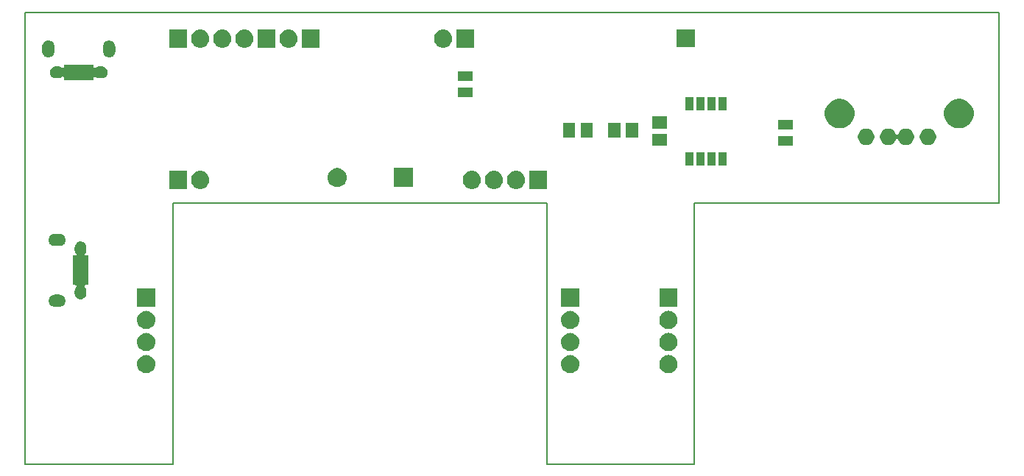
<source format=gbr>
G04 #@! TF.GenerationSoftware,KiCad,Pcbnew,(5.0.0)*
G04 #@! TF.CreationDate,2018-11-23T00:32:49+07:00*
G04 #@! TF.ProjectId,ext_module,6578745F6D6F64756C652E6B69636164,rev?*
G04 #@! TF.SameCoordinates,Original*
G04 #@! TF.FileFunction,Soldermask,Top*
G04 #@! TF.FilePolarity,Negative*
%FSLAX46Y46*%
G04 Gerber Fmt 4.6, Leading zero omitted, Abs format (unit mm)*
G04 Created by KiCad (PCBNEW (5.0.0)) date 11/23/18 00:32:49*
%MOMM*%
%LPD*%
G01*
G04 APERTURE LIST*
%ADD10C,0.150000*%
%ADD11C,0.100000*%
G04 APERTURE END LIST*
D10*
X21000000Y-23000000D02*
X21000000Y-75000000D01*
X133000000Y-23000000D02*
X21000000Y-23000000D01*
X133000000Y-45000000D02*
X133000000Y-23000000D01*
X98000000Y-45000000D02*
X133000000Y-45000000D01*
X98000000Y-75000000D02*
X98000000Y-45000000D01*
X81000000Y-75000000D02*
X98000000Y-75000000D01*
X81000000Y-45000000D02*
X81000000Y-75000000D01*
X38000000Y-45000000D02*
X81000000Y-45000000D01*
X38000000Y-75000000D02*
X38000000Y-45000000D01*
X21000000Y-75000000D02*
X38000000Y-75000000D01*
D11*
G36*
X35053707Y-62457596D02*
X35130836Y-62465193D01*
X35262787Y-62505220D01*
X35328763Y-62525233D01*
X35511172Y-62622733D01*
X35671054Y-62753946D01*
X35802267Y-62913828D01*
X35899767Y-63096237D01*
X35899767Y-63096238D01*
X35959807Y-63294164D01*
X35980080Y-63500000D01*
X35959807Y-63705836D01*
X35919780Y-63837787D01*
X35899767Y-63903763D01*
X35802267Y-64086172D01*
X35671054Y-64246054D01*
X35511172Y-64377267D01*
X35328763Y-64474767D01*
X35262787Y-64494780D01*
X35130836Y-64534807D01*
X35053707Y-64542403D01*
X34976580Y-64550000D01*
X34873420Y-64550000D01*
X34796293Y-64542403D01*
X34719164Y-64534807D01*
X34587213Y-64494780D01*
X34521237Y-64474767D01*
X34338828Y-64377267D01*
X34178946Y-64246054D01*
X34047733Y-64086172D01*
X33950233Y-63903763D01*
X33930220Y-63837787D01*
X33890193Y-63705836D01*
X33869920Y-63500000D01*
X33890193Y-63294164D01*
X33950233Y-63096238D01*
X33950233Y-63096237D01*
X34047733Y-62913828D01*
X34178946Y-62753946D01*
X34338828Y-62622733D01*
X34521237Y-62525233D01*
X34587213Y-62505220D01*
X34719164Y-62465193D01*
X34796293Y-62457596D01*
X34873420Y-62450000D01*
X34976580Y-62450000D01*
X35053707Y-62457596D01*
X35053707Y-62457596D01*
G37*
G36*
X83821707Y-62457596D02*
X83898836Y-62465193D01*
X84030787Y-62505220D01*
X84096763Y-62525233D01*
X84279172Y-62622733D01*
X84439054Y-62753946D01*
X84570267Y-62913828D01*
X84667767Y-63096237D01*
X84667767Y-63096238D01*
X84727807Y-63294164D01*
X84748080Y-63500000D01*
X84727807Y-63705836D01*
X84687780Y-63837787D01*
X84667767Y-63903763D01*
X84570267Y-64086172D01*
X84439054Y-64246054D01*
X84279172Y-64377267D01*
X84096763Y-64474767D01*
X84030787Y-64494780D01*
X83898836Y-64534807D01*
X83821707Y-64542403D01*
X83744580Y-64550000D01*
X83641420Y-64550000D01*
X83564293Y-64542403D01*
X83487164Y-64534807D01*
X83355213Y-64494780D01*
X83289237Y-64474767D01*
X83106828Y-64377267D01*
X82946946Y-64246054D01*
X82815733Y-64086172D01*
X82718233Y-63903763D01*
X82698220Y-63837787D01*
X82658193Y-63705836D01*
X82637920Y-63500000D01*
X82658193Y-63294164D01*
X82718233Y-63096238D01*
X82718233Y-63096237D01*
X82815733Y-62913828D01*
X82946946Y-62753946D01*
X83106828Y-62622733D01*
X83289237Y-62525233D01*
X83355213Y-62505220D01*
X83487164Y-62465193D01*
X83564293Y-62457596D01*
X83641420Y-62450000D01*
X83744580Y-62450000D01*
X83821707Y-62457596D01*
X83821707Y-62457596D01*
G37*
G36*
X95124707Y-62457596D02*
X95201836Y-62465193D01*
X95333787Y-62505220D01*
X95399763Y-62525233D01*
X95582172Y-62622733D01*
X95742054Y-62753946D01*
X95873267Y-62913828D01*
X95970767Y-63096237D01*
X95970767Y-63096238D01*
X96030807Y-63294164D01*
X96051080Y-63500000D01*
X96030807Y-63705836D01*
X95990780Y-63837787D01*
X95970767Y-63903763D01*
X95873267Y-64086172D01*
X95742054Y-64246054D01*
X95582172Y-64377267D01*
X95399763Y-64474767D01*
X95333787Y-64494780D01*
X95201836Y-64534807D01*
X95124707Y-64542403D01*
X95047580Y-64550000D01*
X94944420Y-64550000D01*
X94867293Y-64542403D01*
X94790164Y-64534807D01*
X94658213Y-64494780D01*
X94592237Y-64474767D01*
X94409828Y-64377267D01*
X94249946Y-64246054D01*
X94118733Y-64086172D01*
X94021233Y-63903763D01*
X94001220Y-63837787D01*
X93961193Y-63705836D01*
X93940920Y-63500000D01*
X93961193Y-63294164D01*
X94021233Y-63096238D01*
X94021233Y-63096237D01*
X94118733Y-62913828D01*
X94249946Y-62753946D01*
X94409828Y-62622733D01*
X94592237Y-62525233D01*
X94658213Y-62505220D01*
X94790164Y-62465193D01*
X94867293Y-62457596D01*
X94944420Y-62450000D01*
X95047580Y-62450000D01*
X95124707Y-62457596D01*
X95124707Y-62457596D01*
G37*
G36*
X95124707Y-59917596D02*
X95201836Y-59925193D01*
X95333787Y-59965220D01*
X95399763Y-59985233D01*
X95582172Y-60082733D01*
X95742054Y-60213946D01*
X95873267Y-60373828D01*
X95970767Y-60556237D01*
X95970767Y-60556238D01*
X96030807Y-60754164D01*
X96051080Y-60960000D01*
X96030807Y-61165836D01*
X95990780Y-61297787D01*
X95970767Y-61363763D01*
X95873267Y-61546172D01*
X95742054Y-61706054D01*
X95582172Y-61837267D01*
X95399763Y-61934767D01*
X95333787Y-61954780D01*
X95201836Y-61994807D01*
X95124707Y-62002403D01*
X95047580Y-62010000D01*
X94944420Y-62010000D01*
X94867293Y-62002403D01*
X94790164Y-61994807D01*
X94658213Y-61954780D01*
X94592237Y-61934767D01*
X94409828Y-61837267D01*
X94249946Y-61706054D01*
X94118733Y-61546172D01*
X94021233Y-61363763D01*
X94001220Y-61297787D01*
X93961193Y-61165836D01*
X93940920Y-60960000D01*
X93961193Y-60754164D01*
X94021233Y-60556238D01*
X94021233Y-60556237D01*
X94118733Y-60373828D01*
X94249946Y-60213946D01*
X94409828Y-60082733D01*
X94592237Y-59985233D01*
X94658213Y-59965220D01*
X94790164Y-59925193D01*
X94867293Y-59917596D01*
X94944420Y-59910000D01*
X95047580Y-59910000D01*
X95124707Y-59917596D01*
X95124707Y-59917596D01*
G37*
G36*
X83821707Y-59917596D02*
X83898836Y-59925193D01*
X84030787Y-59965220D01*
X84096763Y-59985233D01*
X84279172Y-60082733D01*
X84439054Y-60213946D01*
X84570267Y-60373828D01*
X84667767Y-60556237D01*
X84667767Y-60556238D01*
X84727807Y-60754164D01*
X84748080Y-60960000D01*
X84727807Y-61165836D01*
X84687780Y-61297787D01*
X84667767Y-61363763D01*
X84570267Y-61546172D01*
X84439054Y-61706054D01*
X84279172Y-61837267D01*
X84096763Y-61934767D01*
X84030787Y-61954780D01*
X83898836Y-61994807D01*
X83821707Y-62002403D01*
X83744580Y-62010000D01*
X83641420Y-62010000D01*
X83564293Y-62002403D01*
X83487164Y-61994807D01*
X83355213Y-61954780D01*
X83289237Y-61934767D01*
X83106828Y-61837267D01*
X82946946Y-61706054D01*
X82815733Y-61546172D01*
X82718233Y-61363763D01*
X82698220Y-61297787D01*
X82658193Y-61165836D01*
X82637920Y-60960000D01*
X82658193Y-60754164D01*
X82718233Y-60556238D01*
X82718233Y-60556237D01*
X82815733Y-60373828D01*
X82946946Y-60213946D01*
X83106828Y-60082733D01*
X83289237Y-59985233D01*
X83355213Y-59965220D01*
X83487164Y-59925193D01*
X83564293Y-59917596D01*
X83641420Y-59910000D01*
X83744580Y-59910000D01*
X83821707Y-59917596D01*
X83821707Y-59917596D01*
G37*
G36*
X35053707Y-59917596D02*
X35130836Y-59925193D01*
X35262787Y-59965220D01*
X35328763Y-59985233D01*
X35511172Y-60082733D01*
X35671054Y-60213946D01*
X35802267Y-60373828D01*
X35899767Y-60556237D01*
X35899767Y-60556238D01*
X35959807Y-60754164D01*
X35980080Y-60960000D01*
X35959807Y-61165836D01*
X35919780Y-61297787D01*
X35899767Y-61363763D01*
X35802267Y-61546172D01*
X35671054Y-61706054D01*
X35511172Y-61837267D01*
X35328763Y-61934767D01*
X35262787Y-61954780D01*
X35130836Y-61994807D01*
X35053707Y-62002403D01*
X34976580Y-62010000D01*
X34873420Y-62010000D01*
X34796293Y-62002403D01*
X34719164Y-61994807D01*
X34587213Y-61954780D01*
X34521237Y-61934767D01*
X34338828Y-61837267D01*
X34178946Y-61706054D01*
X34047733Y-61546172D01*
X33950233Y-61363763D01*
X33930220Y-61297787D01*
X33890193Y-61165836D01*
X33869920Y-60960000D01*
X33890193Y-60754164D01*
X33950233Y-60556238D01*
X33950233Y-60556237D01*
X34047733Y-60373828D01*
X34178946Y-60213946D01*
X34338828Y-60082733D01*
X34521237Y-59985233D01*
X34587213Y-59965220D01*
X34719164Y-59925193D01*
X34796293Y-59917596D01*
X34873420Y-59910000D01*
X34976580Y-59910000D01*
X35053707Y-59917596D01*
X35053707Y-59917596D01*
G37*
G36*
X95124707Y-57377596D02*
X95201836Y-57385193D01*
X95333787Y-57425220D01*
X95399763Y-57445233D01*
X95582172Y-57542733D01*
X95742054Y-57673946D01*
X95873267Y-57833828D01*
X95970767Y-58016237D01*
X95970767Y-58016238D01*
X96030807Y-58214164D01*
X96051080Y-58420000D01*
X96030807Y-58625836D01*
X95990780Y-58757787D01*
X95970767Y-58823763D01*
X95873267Y-59006172D01*
X95742054Y-59166054D01*
X95582172Y-59297267D01*
X95399763Y-59394767D01*
X95333787Y-59414780D01*
X95201836Y-59454807D01*
X95124707Y-59462403D01*
X95047580Y-59470000D01*
X94944420Y-59470000D01*
X94867293Y-59462403D01*
X94790164Y-59454807D01*
X94658213Y-59414780D01*
X94592237Y-59394767D01*
X94409828Y-59297267D01*
X94249946Y-59166054D01*
X94118733Y-59006172D01*
X94021233Y-58823763D01*
X94001220Y-58757787D01*
X93961193Y-58625836D01*
X93940920Y-58420000D01*
X93961193Y-58214164D01*
X94021233Y-58016238D01*
X94021233Y-58016237D01*
X94118733Y-57833828D01*
X94249946Y-57673946D01*
X94409828Y-57542733D01*
X94592237Y-57445233D01*
X94658213Y-57425220D01*
X94790164Y-57385193D01*
X94867293Y-57377596D01*
X94944420Y-57370000D01*
X95047580Y-57370000D01*
X95124707Y-57377596D01*
X95124707Y-57377596D01*
G37*
G36*
X83821707Y-57377596D02*
X83898836Y-57385193D01*
X84030787Y-57425220D01*
X84096763Y-57445233D01*
X84279172Y-57542733D01*
X84439054Y-57673946D01*
X84570267Y-57833828D01*
X84667767Y-58016237D01*
X84667767Y-58016238D01*
X84727807Y-58214164D01*
X84748080Y-58420000D01*
X84727807Y-58625836D01*
X84687780Y-58757787D01*
X84667767Y-58823763D01*
X84570267Y-59006172D01*
X84439054Y-59166054D01*
X84279172Y-59297267D01*
X84096763Y-59394767D01*
X84030787Y-59414780D01*
X83898836Y-59454807D01*
X83821707Y-59462403D01*
X83744580Y-59470000D01*
X83641420Y-59470000D01*
X83564293Y-59462403D01*
X83487164Y-59454807D01*
X83355213Y-59414780D01*
X83289237Y-59394767D01*
X83106828Y-59297267D01*
X82946946Y-59166054D01*
X82815733Y-59006172D01*
X82718233Y-58823763D01*
X82698220Y-58757787D01*
X82658193Y-58625836D01*
X82637920Y-58420000D01*
X82658193Y-58214164D01*
X82718233Y-58016238D01*
X82718233Y-58016237D01*
X82815733Y-57833828D01*
X82946946Y-57673946D01*
X83106828Y-57542733D01*
X83289237Y-57445233D01*
X83355213Y-57425220D01*
X83487164Y-57385193D01*
X83564293Y-57377596D01*
X83641420Y-57370000D01*
X83744580Y-57370000D01*
X83821707Y-57377596D01*
X83821707Y-57377596D01*
G37*
G36*
X35053707Y-57377596D02*
X35130836Y-57385193D01*
X35262787Y-57425220D01*
X35328763Y-57445233D01*
X35511172Y-57542733D01*
X35671054Y-57673946D01*
X35802267Y-57833828D01*
X35899767Y-58016237D01*
X35899767Y-58016238D01*
X35959807Y-58214164D01*
X35980080Y-58420000D01*
X35959807Y-58625836D01*
X35919780Y-58757787D01*
X35899767Y-58823763D01*
X35802267Y-59006172D01*
X35671054Y-59166054D01*
X35511172Y-59297267D01*
X35328763Y-59394767D01*
X35262787Y-59414780D01*
X35130836Y-59454807D01*
X35053707Y-59462403D01*
X34976580Y-59470000D01*
X34873420Y-59470000D01*
X34796293Y-59462403D01*
X34719164Y-59454807D01*
X34587213Y-59414780D01*
X34521237Y-59394767D01*
X34338828Y-59297267D01*
X34178946Y-59166054D01*
X34047733Y-59006172D01*
X33950233Y-58823763D01*
X33930220Y-58757787D01*
X33890193Y-58625836D01*
X33869920Y-58420000D01*
X33890193Y-58214164D01*
X33950233Y-58016238D01*
X33950233Y-58016237D01*
X34047733Y-57833828D01*
X34178946Y-57673946D01*
X34338828Y-57542733D01*
X34521237Y-57445233D01*
X34587213Y-57425220D01*
X34719164Y-57385193D01*
X34796293Y-57377596D01*
X34873420Y-57370000D01*
X34976580Y-57370000D01*
X35053707Y-57377596D01*
X35053707Y-57377596D01*
G37*
G36*
X35975000Y-56930000D02*
X33875000Y-56930000D01*
X33875000Y-54830000D01*
X35975000Y-54830000D01*
X35975000Y-56930000D01*
X35975000Y-56930000D01*
G37*
G36*
X84743000Y-56930000D02*
X82643000Y-56930000D01*
X82643000Y-54830000D01*
X84743000Y-54830000D01*
X84743000Y-56930000D01*
X84743000Y-56930000D01*
G37*
G36*
X96046000Y-56930000D02*
X93946000Y-56930000D01*
X93946000Y-54830000D01*
X96046000Y-54830000D01*
X96046000Y-56930000D01*
X96046000Y-56930000D01*
G37*
G36*
X25097224Y-55515128D02*
X25229175Y-55555155D01*
X25350781Y-55620155D01*
X25457370Y-55707630D01*
X25544845Y-55814219D01*
X25609845Y-55935825D01*
X25649872Y-56067776D01*
X25663387Y-56205000D01*
X25649872Y-56342224D01*
X25609845Y-56474175D01*
X25544845Y-56595781D01*
X25457370Y-56702370D01*
X25350781Y-56789845D01*
X25229175Y-56854845D01*
X25097224Y-56894872D01*
X24994390Y-56905000D01*
X24375610Y-56905000D01*
X24272776Y-56894872D01*
X24140825Y-56854845D01*
X24019219Y-56789845D01*
X23912630Y-56702370D01*
X23825155Y-56595781D01*
X23760155Y-56474175D01*
X23720128Y-56342224D01*
X23706613Y-56205000D01*
X23720128Y-56067776D01*
X23760155Y-55935825D01*
X23825155Y-55814219D01*
X23912630Y-55707630D01*
X24019219Y-55620155D01*
X24140825Y-55555155D01*
X24272776Y-55515128D01*
X24375610Y-55505000D01*
X24994390Y-55505000D01*
X25097224Y-55515128D01*
X25097224Y-55515128D01*
G37*
G36*
X27517322Y-49389767D02*
X27644560Y-49428364D01*
X27761823Y-49491042D01*
X27813214Y-49533218D01*
X27864604Y-49575392D01*
X27864606Y-49575395D01*
X27948958Y-49678176D01*
X28011636Y-49795439D01*
X28050233Y-49922677D01*
X28060000Y-50021841D01*
X28060000Y-50388158D01*
X28050233Y-50487322D01*
X28011636Y-50614561D01*
X27948958Y-50731824D01*
X27892431Y-50800701D01*
X27878817Y-50821076D01*
X27869439Y-50843715D01*
X27864659Y-50867748D01*
X27864659Y-50892252D01*
X27869440Y-50916286D01*
X27878817Y-50938925D01*
X27892431Y-50959299D01*
X27909758Y-50976626D01*
X27930133Y-50990240D01*
X27952772Y-50999618D01*
X27989057Y-51005000D01*
X28260000Y-51005000D01*
X28260000Y-54405000D01*
X27989057Y-54405000D01*
X27964671Y-54407402D01*
X27941222Y-54414515D01*
X27919611Y-54426066D01*
X27900669Y-54441612D01*
X27885123Y-54460554D01*
X27873572Y-54482165D01*
X27866459Y-54505614D01*
X27864057Y-54530000D01*
X27866459Y-54554386D01*
X27873572Y-54577835D01*
X27892430Y-54609298D01*
X27948958Y-54678176D01*
X28011636Y-54795439D01*
X28050233Y-54922677D01*
X28060000Y-55021841D01*
X28060000Y-55388158D01*
X28050233Y-55487322D01*
X28011636Y-55614561D01*
X27948958Y-55731824D01*
X27864606Y-55834606D01*
X27761824Y-55918958D01*
X27644561Y-55981636D01*
X27517323Y-56020233D01*
X27385000Y-56033266D01*
X27252678Y-56020233D01*
X27125440Y-55981636D01*
X27008177Y-55918958D01*
X26956786Y-55876782D01*
X26905396Y-55834608D01*
X26888663Y-55814219D01*
X26821042Y-55731824D01*
X26758364Y-55614561D01*
X26719767Y-55487323D01*
X26710000Y-55388159D01*
X26710000Y-55021842D01*
X26719767Y-54922678D01*
X26758364Y-54795440D01*
X26821042Y-54678177D01*
X26877570Y-54609298D01*
X26891184Y-54588924D01*
X26900561Y-54566285D01*
X26905341Y-54542251D01*
X26905341Y-54517747D01*
X26900560Y-54493713D01*
X26891183Y-54471074D01*
X26877569Y-54450700D01*
X26860241Y-54433373D01*
X26839867Y-54419759D01*
X26817228Y-54410382D01*
X26780943Y-54405000D01*
X26510000Y-54405000D01*
X26510000Y-51005000D01*
X26780943Y-51005000D01*
X26805329Y-51002598D01*
X26828778Y-50995485D01*
X26850389Y-50983934D01*
X26869331Y-50968388D01*
X26884877Y-50949446D01*
X26896428Y-50927835D01*
X26903541Y-50904386D01*
X26905943Y-50880000D01*
X26903541Y-50855614D01*
X26896428Y-50832165D01*
X26877569Y-50800701D01*
X26868401Y-50789529D01*
X26821042Y-50731824D01*
X26758364Y-50614561D01*
X26719767Y-50487323D01*
X26710000Y-50388159D01*
X26710000Y-50021842D01*
X26719767Y-49922678D01*
X26758364Y-49795440D01*
X26821042Y-49678177D01*
X26888664Y-49595780D01*
X26905392Y-49575396D01*
X26925474Y-49558915D01*
X27008176Y-49491042D01*
X27125439Y-49428364D01*
X27252677Y-49389767D01*
X27385000Y-49376734D01*
X27517322Y-49389767D01*
X27517322Y-49389767D01*
G37*
G36*
X25097224Y-48515128D02*
X25229175Y-48555155D01*
X25350781Y-48620155D01*
X25457370Y-48707630D01*
X25544845Y-48814219D01*
X25609845Y-48935825D01*
X25649872Y-49067776D01*
X25663387Y-49205000D01*
X25649872Y-49342224D01*
X25609845Y-49474175D01*
X25544845Y-49595781D01*
X25457370Y-49702370D01*
X25350781Y-49789845D01*
X25229175Y-49854845D01*
X25097224Y-49894872D01*
X24994390Y-49905000D01*
X24375610Y-49905000D01*
X24272776Y-49894872D01*
X24140825Y-49854845D01*
X24019219Y-49789845D01*
X23912630Y-49702370D01*
X23825155Y-49595781D01*
X23760155Y-49474175D01*
X23720128Y-49342224D01*
X23706613Y-49205000D01*
X23720128Y-49067776D01*
X23760155Y-48935825D01*
X23825155Y-48814219D01*
X23912630Y-48707630D01*
X24019219Y-48620155D01*
X24140825Y-48555155D01*
X24272776Y-48515128D01*
X24375610Y-48505000D01*
X24994390Y-48505000D01*
X25097224Y-48515128D01*
X25097224Y-48515128D01*
G37*
G36*
X39658000Y-43341000D02*
X37558000Y-43341000D01*
X37558000Y-41241000D01*
X39658000Y-41241000D01*
X39658000Y-43341000D01*
X39658000Y-43341000D01*
G37*
G36*
X81060000Y-43341000D02*
X78960000Y-43341000D01*
X78960000Y-41241000D01*
X81060000Y-41241000D01*
X81060000Y-43341000D01*
X81060000Y-43341000D01*
G37*
G36*
X77598707Y-41248597D02*
X77675836Y-41256193D01*
X77807787Y-41296220D01*
X77873763Y-41316233D01*
X78056172Y-41413733D01*
X78216054Y-41544946D01*
X78347267Y-41704828D01*
X78444767Y-41887237D01*
X78444767Y-41887238D01*
X78504807Y-42085164D01*
X78525080Y-42291000D01*
X78504807Y-42496836D01*
X78464780Y-42628787D01*
X78444767Y-42694763D01*
X78347267Y-42877172D01*
X78216054Y-43037054D01*
X78056172Y-43168267D01*
X77873763Y-43265767D01*
X77807787Y-43285780D01*
X77675836Y-43325807D01*
X77598707Y-43333404D01*
X77521580Y-43341000D01*
X77418420Y-43341000D01*
X77341293Y-43333404D01*
X77264164Y-43325807D01*
X77132213Y-43285780D01*
X77066237Y-43265767D01*
X76883828Y-43168267D01*
X76723946Y-43037054D01*
X76592733Y-42877172D01*
X76495233Y-42694763D01*
X76475220Y-42628787D01*
X76435193Y-42496836D01*
X76414920Y-42291000D01*
X76435193Y-42085164D01*
X76495233Y-41887238D01*
X76495233Y-41887237D01*
X76592733Y-41704828D01*
X76723946Y-41544946D01*
X76883828Y-41413733D01*
X77066237Y-41316233D01*
X77132213Y-41296220D01*
X77264164Y-41256193D01*
X77341293Y-41248597D01*
X77418420Y-41241000D01*
X77521580Y-41241000D01*
X77598707Y-41248597D01*
X77598707Y-41248597D01*
G37*
G36*
X75058707Y-41248597D02*
X75135836Y-41256193D01*
X75267787Y-41296220D01*
X75333763Y-41316233D01*
X75516172Y-41413733D01*
X75676054Y-41544946D01*
X75807267Y-41704828D01*
X75904767Y-41887237D01*
X75904767Y-41887238D01*
X75964807Y-42085164D01*
X75985080Y-42291000D01*
X75964807Y-42496836D01*
X75924780Y-42628787D01*
X75904767Y-42694763D01*
X75807267Y-42877172D01*
X75676054Y-43037054D01*
X75516172Y-43168267D01*
X75333763Y-43265767D01*
X75267787Y-43285780D01*
X75135836Y-43325807D01*
X75058707Y-43333404D01*
X74981580Y-43341000D01*
X74878420Y-43341000D01*
X74801293Y-43333404D01*
X74724164Y-43325807D01*
X74592213Y-43285780D01*
X74526237Y-43265767D01*
X74343828Y-43168267D01*
X74183946Y-43037054D01*
X74052733Y-42877172D01*
X73955233Y-42694763D01*
X73935220Y-42628787D01*
X73895193Y-42496836D01*
X73874920Y-42291000D01*
X73895193Y-42085164D01*
X73955233Y-41887238D01*
X73955233Y-41887237D01*
X74052733Y-41704828D01*
X74183946Y-41544946D01*
X74343828Y-41413733D01*
X74526237Y-41316233D01*
X74592213Y-41296220D01*
X74724164Y-41256193D01*
X74801293Y-41248597D01*
X74878420Y-41241000D01*
X74981580Y-41241000D01*
X75058707Y-41248597D01*
X75058707Y-41248597D01*
G37*
G36*
X72518707Y-41248597D02*
X72595836Y-41256193D01*
X72727787Y-41296220D01*
X72793763Y-41316233D01*
X72976172Y-41413733D01*
X73136054Y-41544946D01*
X73267267Y-41704828D01*
X73364767Y-41887237D01*
X73364767Y-41887238D01*
X73424807Y-42085164D01*
X73445080Y-42291000D01*
X73424807Y-42496836D01*
X73384780Y-42628787D01*
X73364767Y-42694763D01*
X73267267Y-42877172D01*
X73136054Y-43037054D01*
X72976172Y-43168267D01*
X72793763Y-43265767D01*
X72727787Y-43285780D01*
X72595836Y-43325807D01*
X72518707Y-43333404D01*
X72441580Y-43341000D01*
X72338420Y-43341000D01*
X72261293Y-43333404D01*
X72184164Y-43325807D01*
X72052213Y-43285780D01*
X71986237Y-43265767D01*
X71803828Y-43168267D01*
X71643946Y-43037054D01*
X71512733Y-42877172D01*
X71415233Y-42694763D01*
X71395220Y-42628787D01*
X71355193Y-42496836D01*
X71334920Y-42291000D01*
X71355193Y-42085164D01*
X71415233Y-41887238D01*
X71415233Y-41887237D01*
X71512733Y-41704828D01*
X71643946Y-41544946D01*
X71803828Y-41413733D01*
X71986237Y-41316233D01*
X72052213Y-41296220D01*
X72184164Y-41256193D01*
X72261293Y-41248597D01*
X72338420Y-41241000D01*
X72441580Y-41241000D01*
X72518707Y-41248597D01*
X72518707Y-41248597D01*
G37*
G36*
X41276707Y-41248597D02*
X41353836Y-41256193D01*
X41485787Y-41296220D01*
X41551763Y-41316233D01*
X41734172Y-41413733D01*
X41894054Y-41544946D01*
X42025267Y-41704828D01*
X42122767Y-41887237D01*
X42122767Y-41887238D01*
X42182807Y-42085164D01*
X42203080Y-42291000D01*
X42182807Y-42496836D01*
X42142780Y-42628787D01*
X42122767Y-42694763D01*
X42025267Y-42877172D01*
X41894054Y-43037054D01*
X41734172Y-43168267D01*
X41551763Y-43265767D01*
X41485787Y-43285780D01*
X41353836Y-43325807D01*
X41276707Y-43333404D01*
X41199580Y-43341000D01*
X41096420Y-43341000D01*
X41019293Y-43333404D01*
X40942164Y-43325807D01*
X40810213Y-43285780D01*
X40744237Y-43265767D01*
X40561828Y-43168267D01*
X40401946Y-43037054D01*
X40270733Y-42877172D01*
X40173233Y-42694763D01*
X40153220Y-42628787D01*
X40113193Y-42496836D01*
X40092920Y-42291000D01*
X40113193Y-42085164D01*
X40173233Y-41887238D01*
X40173233Y-41887237D01*
X40270733Y-41704828D01*
X40401946Y-41544946D01*
X40561828Y-41413733D01*
X40744237Y-41316233D01*
X40810213Y-41296220D01*
X40942164Y-41256193D01*
X41019293Y-41248597D01*
X41096420Y-41241000D01*
X41199580Y-41241000D01*
X41276707Y-41248597D01*
X41276707Y-41248597D01*
G37*
G36*
X57111639Y-40952916D02*
X57318986Y-41015815D01*
X57318988Y-41015816D01*
X57510084Y-41117958D01*
X57677581Y-41255419D01*
X57815042Y-41422916D01*
X57917184Y-41614012D01*
X57917185Y-41614014D01*
X57944734Y-41704829D01*
X57980084Y-41821362D01*
X58001322Y-42037000D01*
X57980084Y-42252638D01*
X57917184Y-42459988D01*
X57815042Y-42651084D01*
X57677581Y-42818581D01*
X57510084Y-42956042D01*
X57318988Y-43058184D01*
X57318986Y-43058185D01*
X57111639Y-43121084D01*
X56950038Y-43137000D01*
X56841962Y-43137000D01*
X56680361Y-43121084D01*
X56473014Y-43058185D01*
X56473012Y-43058184D01*
X56281916Y-42956042D01*
X56114419Y-42818581D01*
X55976958Y-42651084D01*
X55874816Y-42459988D01*
X55811916Y-42252638D01*
X55790678Y-42037000D01*
X55811916Y-41821362D01*
X55847266Y-41704829D01*
X55874815Y-41614014D01*
X55874816Y-41614012D01*
X55976958Y-41422916D01*
X56114419Y-41255419D01*
X56281916Y-41117958D01*
X56473012Y-41015816D01*
X56473014Y-41015815D01*
X56680361Y-40952916D01*
X56841962Y-40937000D01*
X56950038Y-40937000D01*
X57111639Y-40952916D01*
X57111639Y-40952916D01*
G37*
G36*
X65616000Y-43137000D02*
X63416000Y-43137000D01*
X63416000Y-40937000D01*
X65616000Y-40937000D01*
X65616000Y-43137000D01*
X65616000Y-43137000D01*
G37*
G36*
X99133000Y-40649500D02*
X98225000Y-40649500D01*
X98225000Y-39106500D01*
X99133000Y-39106500D01*
X99133000Y-40649500D01*
X99133000Y-40649500D01*
G37*
G36*
X97863000Y-40649500D02*
X96955000Y-40649500D01*
X96955000Y-39106500D01*
X97863000Y-39106500D01*
X97863000Y-40649500D01*
X97863000Y-40649500D01*
G37*
G36*
X100403000Y-40649500D02*
X99495000Y-40649500D01*
X99495000Y-39106500D01*
X100403000Y-39106500D01*
X100403000Y-40649500D01*
X100403000Y-40649500D01*
G37*
G36*
X101673000Y-40649500D02*
X100765000Y-40649500D01*
X100765000Y-39106500D01*
X101673000Y-39106500D01*
X101673000Y-40649500D01*
X101673000Y-40649500D01*
G37*
G36*
X94805000Y-38403000D02*
X93155000Y-38403000D01*
X93155000Y-37003000D01*
X94805000Y-37003000D01*
X94805000Y-38403000D01*
X94805000Y-38403000D01*
G37*
G36*
X109308000Y-38391000D02*
X107608000Y-38391000D01*
X107608000Y-37291000D01*
X109308000Y-37291000D01*
X109308000Y-38391000D01*
X109308000Y-38391000D01*
G37*
G36*
X124980451Y-36397127D02*
X125118105Y-36424508D01*
X125290994Y-36496121D01*
X125446590Y-36600087D01*
X125578913Y-36732410D01*
X125682879Y-36888006D01*
X125754492Y-37060895D01*
X125791000Y-37244433D01*
X125791000Y-37431567D01*
X125754492Y-37615105D01*
X125682879Y-37787994D01*
X125578913Y-37943590D01*
X125446590Y-38075913D01*
X125290994Y-38179879D01*
X125118105Y-38251492D01*
X124980451Y-38278873D01*
X124934568Y-38288000D01*
X124747432Y-38288000D01*
X124701549Y-38278873D01*
X124563895Y-38251492D01*
X124391006Y-38179879D01*
X124235410Y-38075913D01*
X124103087Y-37943590D01*
X123999121Y-37787994D01*
X123927508Y-37615105D01*
X123891000Y-37431567D01*
X123891000Y-37244433D01*
X123927508Y-37060895D01*
X123999121Y-36888006D01*
X124103087Y-36732410D01*
X124235410Y-36600087D01*
X124391006Y-36496121D01*
X124563895Y-36424508D01*
X124701549Y-36397127D01*
X124747432Y-36388000D01*
X124934568Y-36388000D01*
X124980451Y-36397127D01*
X124980451Y-36397127D01*
G37*
G36*
X120410451Y-36397127D02*
X120548105Y-36424508D01*
X120720994Y-36496121D01*
X120876590Y-36600087D01*
X121008913Y-36732410D01*
X121112879Y-36888006D01*
X121170518Y-37027158D01*
X121182067Y-37048764D01*
X121197612Y-37067706D01*
X121216554Y-37083251D01*
X121238165Y-37094802D01*
X121261614Y-37101915D01*
X121286000Y-37104317D01*
X121310387Y-37101915D01*
X121333836Y-37094802D01*
X121355447Y-37083250D01*
X121374389Y-37067705D01*
X121389934Y-37048763D01*
X121401482Y-37027158D01*
X121459121Y-36888006D01*
X121563087Y-36732410D01*
X121695410Y-36600087D01*
X121851006Y-36496121D01*
X122023895Y-36424508D01*
X122161549Y-36397127D01*
X122207432Y-36388000D01*
X122394568Y-36388000D01*
X122440451Y-36397127D01*
X122578105Y-36424508D01*
X122750994Y-36496121D01*
X122906590Y-36600087D01*
X123038913Y-36732410D01*
X123142879Y-36888006D01*
X123214492Y-37060895D01*
X123251000Y-37244433D01*
X123251000Y-37431567D01*
X123214492Y-37615105D01*
X123142879Y-37787994D01*
X123038913Y-37943590D01*
X122906590Y-38075913D01*
X122750994Y-38179879D01*
X122578105Y-38251492D01*
X122440451Y-38278873D01*
X122394568Y-38288000D01*
X122207432Y-38288000D01*
X122161549Y-38278873D01*
X122023895Y-38251492D01*
X121851006Y-38179879D01*
X121695410Y-38075913D01*
X121563087Y-37943590D01*
X121459121Y-37787994D01*
X121401482Y-37648842D01*
X121389933Y-37627236D01*
X121374388Y-37608294D01*
X121355446Y-37592749D01*
X121333835Y-37581198D01*
X121310386Y-37574085D01*
X121286000Y-37571683D01*
X121261613Y-37574085D01*
X121238164Y-37581198D01*
X121216553Y-37592750D01*
X121197611Y-37608295D01*
X121182066Y-37627237D01*
X121170518Y-37648842D01*
X121112879Y-37787994D01*
X121008913Y-37943590D01*
X120876590Y-38075913D01*
X120720994Y-38179879D01*
X120548105Y-38251492D01*
X120410451Y-38278873D01*
X120364568Y-38288000D01*
X120177432Y-38288000D01*
X120131549Y-38278873D01*
X119993895Y-38251492D01*
X119821006Y-38179879D01*
X119665410Y-38075913D01*
X119533087Y-37943590D01*
X119429121Y-37787994D01*
X119357508Y-37615105D01*
X119321000Y-37431567D01*
X119321000Y-37244433D01*
X119357508Y-37060895D01*
X119429121Y-36888006D01*
X119533087Y-36732410D01*
X119665410Y-36600087D01*
X119821006Y-36496121D01*
X119993895Y-36424508D01*
X120131549Y-36397127D01*
X120177432Y-36388000D01*
X120364568Y-36388000D01*
X120410451Y-36397127D01*
X120410451Y-36397127D01*
G37*
G36*
X117870451Y-36397127D02*
X118008105Y-36424508D01*
X118180994Y-36496121D01*
X118336590Y-36600087D01*
X118468913Y-36732410D01*
X118572879Y-36888006D01*
X118644492Y-37060895D01*
X118681000Y-37244433D01*
X118681000Y-37431567D01*
X118644492Y-37615105D01*
X118572879Y-37787994D01*
X118468913Y-37943590D01*
X118336590Y-38075913D01*
X118180994Y-38179879D01*
X118008105Y-38251492D01*
X117870451Y-38278873D01*
X117824568Y-38288000D01*
X117637432Y-38288000D01*
X117591549Y-38278873D01*
X117453895Y-38251492D01*
X117281006Y-38179879D01*
X117125410Y-38075913D01*
X116993087Y-37943590D01*
X116889121Y-37787994D01*
X116817508Y-37615105D01*
X116781000Y-37431567D01*
X116781000Y-37244433D01*
X116817508Y-37060895D01*
X116889121Y-36888006D01*
X116993087Y-36732410D01*
X117125410Y-36600087D01*
X117281006Y-36496121D01*
X117453895Y-36424508D01*
X117591549Y-36397127D01*
X117637432Y-36388000D01*
X117824568Y-36388000D01*
X117870451Y-36397127D01*
X117870451Y-36397127D01*
G37*
G36*
X91489000Y-37401000D02*
X90089000Y-37401000D01*
X90089000Y-35751000D01*
X91489000Y-35751000D01*
X91489000Y-37401000D01*
X91489000Y-37401000D01*
G37*
G36*
X89489000Y-37401000D02*
X88089000Y-37401000D01*
X88089000Y-35751000D01*
X89489000Y-35751000D01*
X89489000Y-37401000D01*
X89489000Y-37401000D01*
G37*
G36*
X86282000Y-37401000D02*
X84882000Y-37401000D01*
X84882000Y-35751000D01*
X86282000Y-35751000D01*
X86282000Y-37401000D01*
X86282000Y-37401000D01*
G37*
G36*
X84282000Y-37401000D02*
X82882000Y-37401000D01*
X82882000Y-35751000D01*
X84282000Y-35751000D01*
X84282000Y-37401000D01*
X84282000Y-37401000D01*
G37*
G36*
X109308000Y-36491000D02*
X107608000Y-36491000D01*
X107608000Y-35391000D01*
X109308000Y-35391000D01*
X109308000Y-36491000D01*
X109308000Y-36491000D01*
G37*
G36*
X94805000Y-36403000D02*
X93155000Y-36403000D01*
X93155000Y-35003000D01*
X94805000Y-35003000D01*
X94805000Y-36403000D01*
X94805000Y-36403000D01*
G37*
G36*
X115067393Y-33011553D02*
X115176872Y-33033330D01*
X115486252Y-33161479D01*
X115764687Y-33347523D01*
X116001477Y-33584313D01*
X116187521Y-33862748D01*
X116315670Y-34172128D01*
X116381000Y-34500565D01*
X116381000Y-34835435D01*
X116315670Y-35163872D01*
X116187521Y-35473252D01*
X116001477Y-35751687D01*
X115764687Y-35988477D01*
X115486252Y-36174521D01*
X115176872Y-36302670D01*
X115067393Y-36324447D01*
X114848437Y-36368000D01*
X114513563Y-36368000D01*
X114294607Y-36324447D01*
X114185128Y-36302670D01*
X113875748Y-36174521D01*
X113597313Y-35988477D01*
X113360523Y-35751687D01*
X113174479Y-35473252D01*
X113046330Y-35163872D01*
X112981000Y-34835435D01*
X112981000Y-34500565D01*
X113046330Y-34172128D01*
X113174479Y-33862748D01*
X113360523Y-33584313D01*
X113597313Y-33347523D01*
X113875748Y-33161479D01*
X114185128Y-33033330D01*
X114294607Y-33011553D01*
X114513563Y-32968000D01*
X114848437Y-32968000D01*
X115067393Y-33011553D01*
X115067393Y-33011553D01*
G37*
G36*
X128787393Y-33011553D02*
X128896872Y-33033330D01*
X129206252Y-33161479D01*
X129484687Y-33347523D01*
X129721477Y-33584313D01*
X129907521Y-33862748D01*
X130035670Y-34172128D01*
X130101000Y-34500565D01*
X130101000Y-34835435D01*
X130035670Y-35163872D01*
X129907521Y-35473252D01*
X129721477Y-35751687D01*
X129484687Y-35988477D01*
X129206252Y-36174521D01*
X128896872Y-36302670D01*
X128787393Y-36324447D01*
X128568437Y-36368000D01*
X128233563Y-36368000D01*
X128014607Y-36324447D01*
X127905128Y-36302670D01*
X127595748Y-36174521D01*
X127317313Y-35988477D01*
X127080523Y-35751687D01*
X126894479Y-35473252D01*
X126766330Y-35163872D01*
X126701000Y-34835435D01*
X126701000Y-34500565D01*
X126766330Y-34172128D01*
X126894479Y-33862748D01*
X127080523Y-33584313D01*
X127317313Y-33347523D01*
X127595748Y-33161479D01*
X127905128Y-33033330D01*
X128014607Y-33011553D01*
X128233563Y-32968000D01*
X128568437Y-32968000D01*
X128787393Y-33011553D01*
X128787393Y-33011553D01*
G37*
G36*
X100403000Y-34299500D02*
X99495000Y-34299500D01*
X99495000Y-32756500D01*
X100403000Y-32756500D01*
X100403000Y-34299500D01*
X100403000Y-34299500D01*
G37*
G36*
X99133000Y-34299500D02*
X98225000Y-34299500D01*
X98225000Y-32756500D01*
X99133000Y-32756500D01*
X99133000Y-34299500D01*
X99133000Y-34299500D01*
G37*
G36*
X101673000Y-34299500D02*
X100765000Y-34299500D01*
X100765000Y-32756500D01*
X101673000Y-32756500D01*
X101673000Y-34299500D01*
X101673000Y-34299500D01*
G37*
G36*
X97863000Y-34299500D02*
X96955000Y-34299500D01*
X96955000Y-32756500D01*
X97863000Y-32756500D01*
X97863000Y-34299500D01*
X97863000Y-34299500D01*
G37*
G36*
X72478000Y-32803000D02*
X70778000Y-32803000D01*
X70778000Y-31703000D01*
X72478000Y-31703000D01*
X72478000Y-32803000D01*
X72478000Y-32803000D01*
G37*
G36*
X72478000Y-30903000D02*
X70778000Y-30903000D01*
X70778000Y-29803000D01*
X72478000Y-29803000D01*
X72478000Y-30903000D01*
X72478000Y-30903000D01*
G37*
G36*
X28878000Y-29320943D02*
X28880402Y-29345329D01*
X28887515Y-29368778D01*
X28899066Y-29390389D01*
X28914612Y-29409331D01*
X28933554Y-29424877D01*
X28955165Y-29436428D01*
X28978614Y-29443541D01*
X29003000Y-29445943D01*
X29027386Y-29443541D01*
X29050835Y-29436428D01*
X29082297Y-29417570D01*
X29151176Y-29361042D01*
X29268439Y-29298364D01*
X29395677Y-29259767D01*
X29494841Y-29250000D01*
X29861159Y-29250000D01*
X29960323Y-29259767D01*
X30087561Y-29298364D01*
X30204824Y-29361042D01*
X30307606Y-29445394D01*
X30391958Y-29548176D01*
X30454636Y-29665439D01*
X30493233Y-29792677D01*
X30506266Y-29925000D01*
X30493233Y-30057323D01*
X30454636Y-30184561D01*
X30391958Y-30301824D01*
X30307606Y-30404606D01*
X30204824Y-30488958D01*
X30087561Y-30551636D01*
X29960323Y-30590233D01*
X29861159Y-30600000D01*
X29494841Y-30600000D01*
X29395677Y-30590233D01*
X29268439Y-30551636D01*
X29151176Y-30488958D01*
X29082296Y-30432429D01*
X29061924Y-30418817D01*
X29039285Y-30409439D01*
X29015252Y-30404659D01*
X28990748Y-30404659D01*
X28966714Y-30409440D01*
X28944075Y-30418817D01*
X28923701Y-30432431D01*
X28906374Y-30449758D01*
X28892760Y-30470133D01*
X28883382Y-30492772D01*
X28878000Y-30529057D01*
X28878000Y-30800000D01*
X25478000Y-30800000D01*
X25478000Y-30529057D01*
X25475598Y-30504671D01*
X25468485Y-30481222D01*
X25456934Y-30459611D01*
X25441388Y-30440669D01*
X25422446Y-30425123D01*
X25400835Y-30413572D01*
X25377386Y-30406459D01*
X25353000Y-30404057D01*
X25328614Y-30406459D01*
X25305165Y-30413572D01*
X25273703Y-30432430D01*
X25204824Y-30488958D01*
X25087561Y-30551636D01*
X24960323Y-30590233D01*
X24861159Y-30600000D01*
X24494841Y-30600000D01*
X24395677Y-30590233D01*
X24268439Y-30551636D01*
X24151176Y-30488958D01*
X24048394Y-30404606D01*
X23964042Y-30301824D01*
X23901364Y-30184561D01*
X23862767Y-30057323D01*
X23849734Y-29925000D01*
X23862767Y-29792677D01*
X23901364Y-29665439D01*
X23964042Y-29548176D01*
X24048394Y-29445394D01*
X24151176Y-29361042D01*
X24268439Y-29298364D01*
X24395677Y-29259767D01*
X24494841Y-29250000D01*
X24861159Y-29250000D01*
X24960323Y-29259767D01*
X25087561Y-29298364D01*
X25204824Y-29361042D01*
X25273704Y-29417571D01*
X25294076Y-29431183D01*
X25316715Y-29440561D01*
X25340748Y-29445341D01*
X25365252Y-29445341D01*
X25389286Y-29440560D01*
X25411925Y-29431183D01*
X25432299Y-29417569D01*
X25449626Y-29400242D01*
X25463240Y-29379867D01*
X25472618Y-29357228D01*
X25478000Y-29320943D01*
X25478000Y-29050000D01*
X28878000Y-29050000D01*
X28878000Y-29320943D01*
X28878000Y-29320943D01*
G37*
G36*
X30815224Y-26260128D02*
X30947175Y-26300155D01*
X31068781Y-26365155D01*
X31175370Y-26452630D01*
X31262845Y-26559219D01*
X31327845Y-26680825D01*
X31367872Y-26812776D01*
X31378000Y-26915610D01*
X31378000Y-27534390D01*
X31367872Y-27637224D01*
X31327845Y-27769175D01*
X31262845Y-27890781D01*
X31175369Y-27997370D01*
X31068780Y-28084845D01*
X30947174Y-28149845D01*
X30815223Y-28189872D01*
X30678000Y-28203387D01*
X30540776Y-28189872D01*
X30408825Y-28149845D01*
X30287219Y-28084845D01*
X30180630Y-27997369D01*
X30093155Y-27890780D01*
X30028155Y-27769174D01*
X29988128Y-27637223D01*
X29978000Y-27534389D01*
X29978000Y-26915610D01*
X29988128Y-26812776D01*
X30028155Y-26680825D01*
X30093155Y-26559219D01*
X30180631Y-26452630D01*
X30287220Y-26365155D01*
X30408826Y-26300155D01*
X30540777Y-26260128D01*
X30678000Y-26246613D01*
X30815224Y-26260128D01*
X30815224Y-26260128D01*
G37*
G36*
X23815224Y-26260128D02*
X23947175Y-26300155D01*
X24068781Y-26365155D01*
X24175370Y-26452630D01*
X24262845Y-26559219D01*
X24327845Y-26680825D01*
X24367872Y-26812776D01*
X24378000Y-26915610D01*
X24378000Y-27534390D01*
X24367872Y-27637224D01*
X24327845Y-27769175D01*
X24262845Y-27890781D01*
X24175369Y-27997370D01*
X24068780Y-28084845D01*
X23947174Y-28149845D01*
X23815223Y-28189872D01*
X23678000Y-28203387D01*
X23540776Y-28189872D01*
X23408825Y-28149845D01*
X23287219Y-28084845D01*
X23180630Y-27997369D01*
X23093155Y-27890780D01*
X23028155Y-27769174D01*
X22988128Y-27637223D01*
X22978000Y-27534389D01*
X22978000Y-26915610D01*
X22988128Y-26812776D01*
X23028155Y-26680825D01*
X23093155Y-26559219D01*
X23180631Y-26452630D01*
X23287220Y-26365155D01*
X23408826Y-26300155D01*
X23540777Y-26260128D01*
X23678000Y-26246613D01*
X23815224Y-26260128D01*
X23815224Y-26260128D01*
G37*
G36*
X49818000Y-27085000D02*
X47718000Y-27085000D01*
X47718000Y-24985000D01*
X49818000Y-24985000D01*
X49818000Y-27085000D01*
X49818000Y-27085000D01*
G37*
G36*
X46356707Y-24992597D02*
X46433836Y-25000193D01*
X46565787Y-25040220D01*
X46631763Y-25060233D01*
X46814172Y-25157733D01*
X46974054Y-25288946D01*
X47105267Y-25448828D01*
X47202767Y-25631237D01*
X47202767Y-25631238D01*
X47262807Y-25829164D01*
X47283080Y-26035000D01*
X47262807Y-26240836D01*
X47244813Y-26300155D01*
X47202767Y-26438763D01*
X47105267Y-26621172D01*
X46974054Y-26781054D01*
X46814172Y-26912267D01*
X46631763Y-27009767D01*
X46565787Y-27029780D01*
X46433836Y-27069807D01*
X46356707Y-27077404D01*
X46279580Y-27085000D01*
X46176420Y-27085000D01*
X46099293Y-27077404D01*
X46022164Y-27069807D01*
X45890213Y-27029780D01*
X45824237Y-27009767D01*
X45641828Y-26912267D01*
X45481946Y-26781054D01*
X45350733Y-26621172D01*
X45253233Y-26438763D01*
X45211187Y-26300155D01*
X45193193Y-26240836D01*
X45172920Y-26035000D01*
X45193193Y-25829164D01*
X45253233Y-25631238D01*
X45253233Y-25631237D01*
X45350733Y-25448828D01*
X45481946Y-25288946D01*
X45641828Y-25157733D01*
X45824237Y-25060233D01*
X45890213Y-25040220D01*
X46022164Y-25000193D01*
X46099293Y-24992596D01*
X46176420Y-24985000D01*
X46279580Y-24985000D01*
X46356707Y-24992597D01*
X46356707Y-24992597D01*
G37*
G36*
X43816707Y-24992597D02*
X43893836Y-25000193D01*
X44025787Y-25040220D01*
X44091763Y-25060233D01*
X44274172Y-25157733D01*
X44434054Y-25288946D01*
X44565267Y-25448828D01*
X44662767Y-25631237D01*
X44662767Y-25631238D01*
X44722807Y-25829164D01*
X44743080Y-26035000D01*
X44722807Y-26240836D01*
X44704813Y-26300155D01*
X44662767Y-26438763D01*
X44565267Y-26621172D01*
X44434054Y-26781054D01*
X44274172Y-26912267D01*
X44091763Y-27009767D01*
X44025787Y-27029780D01*
X43893836Y-27069807D01*
X43816707Y-27077404D01*
X43739580Y-27085000D01*
X43636420Y-27085000D01*
X43559293Y-27077404D01*
X43482164Y-27069807D01*
X43350213Y-27029780D01*
X43284237Y-27009767D01*
X43101828Y-26912267D01*
X42941946Y-26781054D01*
X42810733Y-26621172D01*
X42713233Y-26438763D01*
X42671187Y-26300155D01*
X42653193Y-26240836D01*
X42632920Y-26035000D01*
X42653193Y-25829164D01*
X42713233Y-25631238D01*
X42713233Y-25631237D01*
X42810733Y-25448828D01*
X42941946Y-25288946D01*
X43101828Y-25157733D01*
X43284237Y-25060233D01*
X43350213Y-25040220D01*
X43482164Y-25000193D01*
X43559293Y-24992596D01*
X43636420Y-24985000D01*
X43739580Y-24985000D01*
X43816707Y-24992597D01*
X43816707Y-24992597D01*
G37*
G36*
X41276707Y-24992597D02*
X41353836Y-25000193D01*
X41485787Y-25040220D01*
X41551763Y-25060233D01*
X41734172Y-25157733D01*
X41894054Y-25288946D01*
X42025267Y-25448828D01*
X42122767Y-25631237D01*
X42122767Y-25631238D01*
X42182807Y-25829164D01*
X42203080Y-26035000D01*
X42182807Y-26240836D01*
X42164813Y-26300155D01*
X42122767Y-26438763D01*
X42025267Y-26621172D01*
X41894054Y-26781054D01*
X41734172Y-26912267D01*
X41551763Y-27009767D01*
X41485787Y-27029780D01*
X41353836Y-27069807D01*
X41276707Y-27077404D01*
X41199580Y-27085000D01*
X41096420Y-27085000D01*
X41019293Y-27077404D01*
X40942164Y-27069807D01*
X40810213Y-27029780D01*
X40744237Y-27009767D01*
X40561828Y-26912267D01*
X40401946Y-26781054D01*
X40270733Y-26621172D01*
X40173233Y-26438763D01*
X40131187Y-26300155D01*
X40113193Y-26240836D01*
X40092920Y-26035000D01*
X40113193Y-25829164D01*
X40173233Y-25631238D01*
X40173233Y-25631237D01*
X40270733Y-25448828D01*
X40401946Y-25288946D01*
X40561828Y-25157733D01*
X40744237Y-25060233D01*
X40810213Y-25040220D01*
X40942164Y-25000193D01*
X41019293Y-24992596D01*
X41096420Y-24985000D01*
X41199580Y-24985000D01*
X41276707Y-24992597D01*
X41276707Y-24992597D01*
G37*
G36*
X39658000Y-27085000D02*
X37558000Y-27085000D01*
X37558000Y-24985000D01*
X39658000Y-24985000D01*
X39658000Y-27085000D01*
X39658000Y-27085000D01*
G37*
G36*
X72678000Y-27085000D02*
X70578000Y-27085000D01*
X70578000Y-24985000D01*
X72678000Y-24985000D01*
X72678000Y-27085000D01*
X72678000Y-27085000D01*
G37*
G36*
X69216707Y-24992597D02*
X69293836Y-25000193D01*
X69425787Y-25040220D01*
X69491763Y-25060233D01*
X69674172Y-25157733D01*
X69834054Y-25288946D01*
X69965267Y-25448828D01*
X70062767Y-25631237D01*
X70062767Y-25631238D01*
X70122807Y-25829164D01*
X70143080Y-26035000D01*
X70122807Y-26240836D01*
X70104813Y-26300155D01*
X70062767Y-26438763D01*
X69965267Y-26621172D01*
X69834054Y-26781054D01*
X69674172Y-26912267D01*
X69491763Y-27009767D01*
X69425787Y-27029780D01*
X69293836Y-27069807D01*
X69216707Y-27077404D01*
X69139580Y-27085000D01*
X69036420Y-27085000D01*
X68959293Y-27077404D01*
X68882164Y-27069807D01*
X68750213Y-27029780D01*
X68684237Y-27009767D01*
X68501828Y-26912267D01*
X68341946Y-26781054D01*
X68210733Y-26621172D01*
X68113233Y-26438763D01*
X68071187Y-26300155D01*
X68053193Y-26240836D01*
X68032920Y-26035000D01*
X68053193Y-25829164D01*
X68113233Y-25631238D01*
X68113233Y-25631237D01*
X68210733Y-25448828D01*
X68341946Y-25288946D01*
X68501828Y-25157733D01*
X68684237Y-25060233D01*
X68750213Y-25040220D01*
X68882164Y-25000193D01*
X68959293Y-24992596D01*
X69036420Y-24985000D01*
X69139580Y-24985000D01*
X69216707Y-24992597D01*
X69216707Y-24992597D01*
G37*
G36*
X54898000Y-27085000D02*
X52798000Y-27085000D01*
X52798000Y-24985000D01*
X54898000Y-24985000D01*
X54898000Y-27085000D01*
X54898000Y-27085000D01*
G37*
G36*
X51436707Y-24992597D02*
X51513836Y-25000193D01*
X51645787Y-25040220D01*
X51711763Y-25060233D01*
X51894172Y-25157733D01*
X52054054Y-25288946D01*
X52185267Y-25448828D01*
X52282767Y-25631237D01*
X52282767Y-25631238D01*
X52342807Y-25829164D01*
X52363080Y-26035000D01*
X52342807Y-26240836D01*
X52324813Y-26300155D01*
X52282767Y-26438763D01*
X52185267Y-26621172D01*
X52054054Y-26781054D01*
X51894172Y-26912267D01*
X51711763Y-27009767D01*
X51645787Y-27029780D01*
X51513836Y-27069807D01*
X51436707Y-27077404D01*
X51359580Y-27085000D01*
X51256420Y-27085000D01*
X51179293Y-27077404D01*
X51102164Y-27069807D01*
X50970213Y-27029780D01*
X50904237Y-27009767D01*
X50721828Y-26912267D01*
X50561946Y-26781054D01*
X50430733Y-26621172D01*
X50333233Y-26438763D01*
X50291187Y-26300155D01*
X50273193Y-26240836D01*
X50252920Y-26035000D01*
X50273193Y-25829164D01*
X50333233Y-25631238D01*
X50333233Y-25631237D01*
X50430733Y-25448828D01*
X50561946Y-25288946D01*
X50721828Y-25157733D01*
X50904237Y-25060233D01*
X50970213Y-25040220D01*
X51102164Y-25000193D01*
X51179293Y-24992596D01*
X51256420Y-24985000D01*
X51359580Y-24985000D01*
X51436707Y-24992597D01*
X51436707Y-24992597D01*
G37*
G36*
X98050000Y-27050000D02*
X95950000Y-27050000D01*
X95950000Y-24950000D01*
X98050000Y-24950000D01*
X98050000Y-27050000D01*
X98050000Y-27050000D01*
G37*
M02*

</source>
